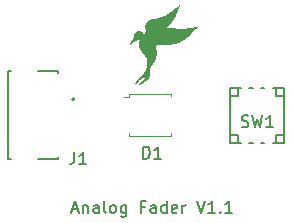
<source format=gbr>
G04 #@! TF.GenerationSoftware,KiCad,Pcbnew,(5.1.9)-1*
G04 #@! TF.CreationDate,2021-01-27T13:34:44-08:00*
G04 #@! TF.ProjectId,AnalogFaderV1,416e616c-6f67-4466-9164-657256312e6b,rev?*
G04 #@! TF.SameCoordinates,Original*
G04 #@! TF.FileFunction,Legend,Top*
G04 #@! TF.FilePolarity,Positive*
%FSLAX46Y46*%
G04 Gerber Fmt 4.6, Leading zero omitted, Abs format (unit mm)*
G04 Created by KiCad (PCBNEW (5.1.9)-1) date 2021-01-27 13:34:44*
%MOMM*%
%LPD*%
G01*
G04 APERTURE LIST*
%ADD10C,0.150000*%
%ADD11C,0.010000*%
%ADD12C,0.200000*%
%ADD13C,0.127000*%
%ADD14C,0.100000*%
G04 APERTURE END LIST*
D10*
X115716895Y-56884866D02*
X116193085Y-56884866D01*
X115621657Y-57170580D02*
X115954990Y-56170580D01*
X116288323Y-57170580D01*
X116621657Y-56503914D02*
X116621657Y-57170580D01*
X116621657Y-56599152D02*
X116669276Y-56551533D01*
X116764514Y-56503914D01*
X116907371Y-56503914D01*
X117002609Y-56551533D01*
X117050228Y-56646771D01*
X117050228Y-57170580D01*
X117954990Y-57170580D02*
X117954990Y-56646771D01*
X117907371Y-56551533D01*
X117812133Y-56503914D01*
X117621657Y-56503914D01*
X117526419Y-56551533D01*
X117954990Y-57122961D02*
X117859752Y-57170580D01*
X117621657Y-57170580D01*
X117526419Y-57122961D01*
X117478800Y-57027723D01*
X117478800Y-56932485D01*
X117526419Y-56837247D01*
X117621657Y-56789628D01*
X117859752Y-56789628D01*
X117954990Y-56742009D01*
X118574038Y-57170580D02*
X118478800Y-57122961D01*
X118431180Y-57027723D01*
X118431180Y-56170580D01*
X119097847Y-57170580D02*
X119002609Y-57122961D01*
X118954990Y-57075342D01*
X118907371Y-56980104D01*
X118907371Y-56694390D01*
X118954990Y-56599152D01*
X119002609Y-56551533D01*
X119097847Y-56503914D01*
X119240704Y-56503914D01*
X119335942Y-56551533D01*
X119383561Y-56599152D01*
X119431180Y-56694390D01*
X119431180Y-56980104D01*
X119383561Y-57075342D01*
X119335942Y-57122961D01*
X119240704Y-57170580D01*
X119097847Y-57170580D01*
X120288323Y-56503914D02*
X120288323Y-57313438D01*
X120240704Y-57408676D01*
X120193085Y-57456295D01*
X120097847Y-57503914D01*
X119954990Y-57503914D01*
X119859752Y-57456295D01*
X120288323Y-57122961D02*
X120193085Y-57170580D01*
X120002609Y-57170580D01*
X119907371Y-57122961D01*
X119859752Y-57075342D01*
X119812133Y-56980104D01*
X119812133Y-56694390D01*
X119859752Y-56599152D01*
X119907371Y-56551533D01*
X120002609Y-56503914D01*
X120193085Y-56503914D01*
X120288323Y-56551533D01*
X121859752Y-56646771D02*
X121526419Y-56646771D01*
X121526419Y-57170580D02*
X121526419Y-56170580D01*
X122002609Y-56170580D01*
X122812133Y-57170580D02*
X122812133Y-56646771D01*
X122764514Y-56551533D01*
X122669276Y-56503914D01*
X122478800Y-56503914D01*
X122383561Y-56551533D01*
X122812133Y-57122961D02*
X122716895Y-57170580D01*
X122478800Y-57170580D01*
X122383561Y-57122961D01*
X122335942Y-57027723D01*
X122335942Y-56932485D01*
X122383561Y-56837247D01*
X122478800Y-56789628D01*
X122716895Y-56789628D01*
X122812133Y-56742009D01*
X123716895Y-57170580D02*
X123716895Y-56170580D01*
X123716895Y-57122961D02*
X123621657Y-57170580D01*
X123431180Y-57170580D01*
X123335942Y-57122961D01*
X123288323Y-57075342D01*
X123240704Y-56980104D01*
X123240704Y-56694390D01*
X123288323Y-56599152D01*
X123335942Y-56551533D01*
X123431180Y-56503914D01*
X123621657Y-56503914D01*
X123716895Y-56551533D01*
X124574038Y-57122961D02*
X124478800Y-57170580D01*
X124288323Y-57170580D01*
X124193085Y-57122961D01*
X124145466Y-57027723D01*
X124145466Y-56646771D01*
X124193085Y-56551533D01*
X124288323Y-56503914D01*
X124478800Y-56503914D01*
X124574038Y-56551533D01*
X124621657Y-56646771D01*
X124621657Y-56742009D01*
X124145466Y-56837247D01*
X125050228Y-57170580D02*
X125050228Y-56503914D01*
X125050228Y-56694390D02*
X125097847Y-56599152D01*
X125145466Y-56551533D01*
X125240704Y-56503914D01*
X125335942Y-56503914D01*
X126288323Y-56170580D02*
X126621657Y-57170580D01*
X126954990Y-56170580D01*
X127812133Y-57170580D02*
X127240704Y-57170580D01*
X127526419Y-57170580D02*
X127526419Y-56170580D01*
X127431180Y-56313438D01*
X127335942Y-56408676D01*
X127240704Y-56456295D01*
X128240704Y-57075342D02*
X128288323Y-57122961D01*
X128240704Y-57170580D01*
X128193085Y-57122961D01*
X128240704Y-57075342D01*
X128240704Y-57170580D01*
X129240704Y-57170580D02*
X128669276Y-57170580D01*
X128954990Y-57170580D02*
X128954990Y-56170580D01*
X128859752Y-56313438D01*
X128764514Y-56408676D01*
X128669276Y-56456295D01*
D11*
G36*
X120630265Y-42819195D02*
G01*
X120628957Y-42823422D01*
X120627311Y-42827820D01*
X120624470Y-42835175D01*
X120621118Y-42844133D01*
X120618341Y-42851754D01*
X120615712Y-42858681D01*
X120613340Y-42864211D01*
X120611698Y-42867251D01*
X120611584Y-42867385D01*
X120611368Y-42866568D01*
X120612312Y-42862772D01*
X120614226Y-42856685D01*
X120615687Y-42852431D01*
X120619956Y-42840664D01*
X120623765Y-42830836D01*
X120626919Y-42823409D01*
X120629223Y-42818845D01*
X120630364Y-42817562D01*
X120630265Y-42819195D01*
G37*
X120630265Y-42819195D02*
X120628957Y-42823422D01*
X120627311Y-42827820D01*
X120624470Y-42835175D01*
X120621118Y-42844133D01*
X120618341Y-42851754D01*
X120615712Y-42858681D01*
X120613340Y-42864211D01*
X120611698Y-42867251D01*
X120611584Y-42867385D01*
X120611368Y-42866568D01*
X120612312Y-42862772D01*
X120614226Y-42856685D01*
X120615687Y-42852431D01*
X120619956Y-42840664D01*
X120623765Y-42830836D01*
X120626919Y-42823409D01*
X120629223Y-42818845D01*
X120630364Y-42817562D01*
X120630265Y-42819195D01*
G36*
X124779454Y-39584660D02*
G01*
X124779454Y-39584672D01*
X124778635Y-39586621D01*
X124776310Y-39591671D01*
X124772676Y-39599407D01*
X124767929Y-39609414D01*
X124762266Y-39621275D01*
X124755885Y-39634576D01*
X124750903Y-39644919D01*
X124705781Y-39739751D01*
X124660268Y-39837946D01*
X124614590Y-39939008D01*
X124568970Y-40042439D01*
X124523632Y-40147745D01*
X124519115Y-40158377D01*
X124508069Y-40184487D01*
X124498315Y-40207741D01*
X124489567Y-40228857D01*
X124481537Y-40248556D01*
X124473940Y-40267555D01*
X124466490Y-40286573D01*
X124458900Y-40306330D01*
X124450883Y-40327544D01*
X124442154Y-40350934D01*
X124438569Y-40360600D01*
X124428922Y-40385801D01*
X124418680Y-40410826D01*
X124407609Y-40436161D01*
X124395478Y-40462296D01*
X124382053Y-40489716D01*
X124367103Y-40518911D01*
X124350395Y-40550367D01*
X124332378Y-40583339D01*
X124284422Y-40666229D01*
X124232884Y-40747929D01*
X124177987Y-40828127D01*
X124119957Y-40906510D01*
X124059019Y-40982765D01*
X123995397Y-41056580D01*
X123977551Y-41076311D01*
X123967834Y-41087092D01*
X123960464Y-41095666D01*
X123955022Y-41102582D01*
X123951088Y-41108393D01*
X123948243Y-41113650D01*
X123947031Y-41116403D01*
X123938651Y-41133071D01*
X123928083Y-41147022D01*
X123914822Y-41158790D01*
X123898360Y-41168911D01*
X123896316Y-41169954D01*
X123891152Y-41172752D01*
X123885921Y-41176096D01*
X123880165Y-41180362D01*
X123873422Y-41185928D01*
X123865236Y-41193170D01*
X123855145Y-41202466D01*
X123844380Y-41212594D01*
X123833306Y-41222925D01*
X123822136Y-41233074D01*
X123811491Y-41242498D01*
X123801988Y-41250654D01*
X123794246Y-41257000D01*
X123790281Y-41260022D01*
X123782830Y-41265811D01*
X123773646Y-41273569D01*
X123763699Y-41282443D01*
X123753961Y-41291578D01*
X123750064Y-41295390D01*
X123740998Y-41304117D01*
X123731584Y-41312708D01*
X123722699Y-41320397D01*
X123715217Y-41326413D01*
X123712332Y-41328515D01*
X123705526Y-41333295D01*
X123696583Y-41339692D01*
X123686499Y-41346986D01*
X123676270Y-41354459D01*
X123672600Y-41357161D01*
X123647151Y-41375599D01*
X123622450Y-41392819D01*
X123599350Y-41408232D01*
X123589265Y-41414700D01*
X123569940Y-41427184D01*
X123553185Y-41438577D01*
X123539267Y-41448688D01*
X123528455Y-41457326D01*
X123524739Y-41460622D01*
X123513642Y-41470896D01*
X123520829Y-41472102D01*
X123529838Y-41473560D01*
X123542112Y-41475470D01*
X123557046Y-41477741D01*
X123574036Y-41480287D01*
X123592477Y-41483018D01*
X123611762Y-41485846D01*
X123631288Y-41488683D01*
X123650450Y-41491440D01*
X123668641Y-41494029D01*
X123685259Y-41496361D01*
X123699696Y-41498348D01*
X123708747Y-41499562D01*
X123745053Y-41504220D01*
X123778347Y-41508196D01*
X123809448Y-41511558D01*
X123839179Y-41514371D01*
X123868361Y-41516704D01*
X123897815Y-41518623D01*
X123928364Y-41520196D01*
X123960828Y-41521489D01*
X123987170Y-41522323D01*
X124008323Y-41522974D01*
X124026276Y-41523634D01*
X124041732Y-41524352D01*
X124055399Y-41525174D01*
X124067981Y-41526147D01*
X124080185Y-41527319D01*
X124092717Y-41528737D01*
X124103423Y-41530075D01*
X124197091Y-41541594D01*
X124287943Y-41551581D01*
X124376739Y-41560083D01*
X124464235Y-41567151D01*
X124551191Y-41572834D01*
X124638363Y-41577180D01*
X124726511Y-41580240D01*
X124816392Y-41582062D01*
X124908764Y-41582695D01*
X124914270Y-41582696D01*
X124982764Y-41582407D01*
X125048221Y-41581533D01*
X125111476Y-41580042D01*
X125173359Y-41577902D01*
X125234704Y-41575080D01*
X125296343Y-41571542D01*
X125359109Y-41567257D01*
X125412500Y-41563122D01*
X125453393Y-41559629D01*
X125495335Y-41555725D01*
X125537983Y-41551457D01*
X125580991Y-41546870D01*
X125624015Y-41542011D01*
X125666708Y-41536924D01*
X125708727Y-41531657D01*
X125749725Y-41526254D01*
X125789359Y-41520763D01*
X125827282Y-41515227D01*
X125863150Y-41509694D01*
X125896618Y-41504210D01*
X125927341Y-41498819D01*
X125954974Y-41493569D01*
X125979171Y-41488505D01*
X125986685Y-41486803D01*
X126020242Y-41479278D01*
X126054586Y-41472045D01*
X126088615Y-41465321D01*
X126121226Y-41459322D01*
X126151318Y-41454265D01*
X126153985Y-41453845D01*
X126167990Y-41451607D01*
X126182634Y-41449187D01*
X126196745Y-41446785D01*
X126209155Y-41444599D01*
X126217485Y-41443061D01*
X126230004Y-41440912D01*
X126239906Y-41439720D01*
X126246717Y-41439538D01*
X126248450Y-41439755D01*
X126254992Y-41441116D01*
X126245519Y-41447819D01*
X126234614Y-41455678D01*
X126221282Y-41465519D01*
X126206137Y-41476872D01*
X126189797Y-41489267D01*
X126172876Y-41502235D01*
X126155991Y-41515305D01*
X126139757Y-41528008D01*
X126124790Y-41539875D01*
X126123700Y-41540747D01*
X126045985Y-41605191D01*
X125970603Y-41672285D01*
X125897329Y-41742251D01*
X125825933Y-41815312D01*
X125756189Y-41891691D01*
X125707511Y-41948100D01*
X125687791Y-41970979D01*
X125665643Y-41995779D01*
X125641635Y-42021909D01*
X125616333Y-42048778D01*
X125590303Y-42075798D01*
X125564113Y-42102376D01*
X125538329Y-42127923D01*
X125513518Y-42151848D01*
X125497493Y-42166889D01*
X125422660Y-42234072D01*
X125347163Y-42297533D01*
X125271029Y-42357254D01*
X125194283Y-42413220D01*
X125116955Y-42465412D01*
X125039070Y-42513813D01*
X124960656Y-42558407D01*
X124881740Y-42599176D01*
X124802349Y-42636103D01*
X124722510Y-42669171D01*
X124672900Y-42687691D01*
X124633509Y-42701297D01*
X124592094Y-42714701D01*
X124549806Y-42727560D01*
X124507802Y-42739532D01*
X124467233Y-42750275D01*
X124438508Y-42757303D01*
X124426847Y-42760210D01*
X124412515Y-42764046D01*
X124396552Y-42768517D01*
X124379998Y-42773328D01*
X124363893Y-42778187D01*
X124356447Y-42780506D01*
X124267289Y-42807220D01*
X124179171Y-42830768D01*
X124091500Y-42851258D01*
X124003683Y-42868799D01*
X123915129Y-42883501D01*
X123825245Y-42895470D01*
X123733438Y-42904818D01*
X123644270Y-42911346D01*
X123626532Y-42912241D01*
X123605582Y-42913013D01*
X123582114Y-42913656D01*
X123556822Y-42914164D01*
X123530399Y-42914531D01*
X123503540Y-42914751D01*
X123476939Y-42914819D01*
X123451288Y-42914728D01*
X123427283Y-42914474D01*
X123405617Y-42914049D01*
X123388316Y-42913501D01*
X123300176Y-42908875D01*
X123214524Y-42902011D01*
X123130594Y-42892834D01*
X123047621Y-42881271D01*
X123034754Y-42879253D01*
X122994616Y-42872866D01*
X122971771Y-42877319D01*
X122927831Y-42887428D01*
X122883985Y-42900510D01*
X122840836Y-42916303D01*
X122798990Y-42934548D01*
X122759052Y-42954985D01*
X122721629Y-42977351D01*
X122692536Y-42997472D01*
X122678968Y-43007530D01*
X122683066Y-43013658D01*
X122691260Y-43028804D01*
X122697123Y-43045725D01*
X122700204Y-43062950D01*
X122700562Y-43070581D01*
X122700941Y-43077071D01*
X122702218Y-43084279D01*
X122704605Y-43093083D01*
X122708311Y-43104356D01*
X122709510Y-43107782D01*
X122728887Y-43167434D01*
X122745821Y-43229573D01*
X122760202Y-43293551D01*
X122771922Y-43358719D01*
X122780869Y-43424430D01*
X122786935Y-43490036D01*
X122790010Y-43554889D01*
X122790391Y-43585423D01*
X122788631Y-43656161D01*
X122783305Y-43727731D01*
X122774508Y-43799598D01*
X122762334Y-43871223D01*
X122746878Y-43942068D01*
X122728232Y-44011597D01*
X122706492Y-44079271D01*
X122701461Y-44093423D01*
X122696876Y-44106065D01*
X122692760Y-44117240D01*
X122688928Y-44127296D01*
X122685194Y-44136580D01*
X122681373Y-44145441D01*
X122677281Y-44154224D01*
X122672733Y-44163277D01*
X122667543Y-44172948D01*
X122661527Y-44183584D01*
X122654499Y-44195532D01*
X122646275Y-44209139D01*
X122636670Y-44224752D01*
X122625498Y-44242720D01*
X122612575Y-44263389D01*
X122601546Y-44280993D01*
X122575357Y-44322815D01*
X122551160Y-44361525D01*
X122528846Y-44397305D01*
X122508307Y-44430337D01*
X122489435Y-44460804D01*
X122472120Y-44488889D01*
X122456255Y-44514773D01*
X122441731Y-44538641D01*
X122428439Y-44560673D01*
X122416270Y-44581053D01*
X122405117Y-44599963D01*
X122394871Y-44617585D01*
X122385422Y-44634103D01*
X122376664Y-44649699D01*
X122368486Y-44664554D01*
X122360782Y-44678853D01*
X122353441Y-44692777D01*
X122346356Y-44706509D01*
X122339418Y-44720231D01*
X122334369Y-44730377D01*
X122324067Y-44751422D01*
X122315225Y-44770025D01*
X122307414Y-44787168D01*
X122300206Y-44803829D01*
X122293171Y-44820990D01*
X122285882Y-44839630D01*
X122281098Y-44852225D01*
X122261945Y-44907873D01*
X122245411Y-44965931D01*
X122231582Y-45025832D01*
X122220546Y-45087007D01*
X122212391Y-45148888D01*
X122207206Y-45210908D01*
X122205079Y-45272498D01*
X122206097Y-45333091D01*
X122206209Y-45335580D01*
X122206909Y-45350850D01*
X122207625Y-45366571D01*
X122208312Y-45381758D01*
X122208927Y-45395425D01*
X122209423Y-45406589D01*
X122209586Y-45410309D01*
X122209336Y-45448624D01*
X122205231Y-45486788D01*
X122197263Y-45524816D01*
X122185426Y-45562722D01*
X122169714Y-45600521D01*
X122150121Y-45638229D01*
X122126640Y-45675860D01*
X122099265Y-45713429D01*
X122067990Y-45750950D01*
X122062486Y-45757103D01*
X122020084Y-45802892D01*
X121978506Y-45845379D01*
X121937296Y-45884954D01*
X121896002Y-45922007D01*
X121854168Y-45956928D01*
X121811340Y-45990108D01*
X121767063Y-46021937D01*
X121720883Y-46052805D01*
X121709962Y-46059799D01*
X121695107Y-46069303D01*
X121681454Y-46078198D01*
X121668421Y-46086888D01*
X121655427Y-46095777D01*
X121641893Y-46105271D01*
X121627236Y-46115773D01*
X121610877Y-46127688D01*
X121592235Y-46141420D01*
X121584002Y-46147517D01*
X121563558Y-46162683D01*
X121545939Y-46175773D01*
X121530825Y-46187029D01*
X121517897Y-46196694D01*
X121506833Y-46205011D01*
X121497314Y-46212222D01*
X121489021Y-46218570D01*
X121481631Y-46224297D01*
X121474827Y-46229645D01*
X121468286Y-46234859D01*
X121461690Y-46240179D01*
X121461225Y-46240556D01*
X121447289Y-46251845D01*
X121436004Y-46260950D01*
X121426995Y-46268163D01*
X121419884Y-46273771D01*
X121414296Y-46278064D01*
X121409855Y-46281331D01*
X121406186Y-46283862D01*
X121402913Y-46285946D01*
X121400039Y-46287653D01*
X121393279Y-46291418D01*
X121389410Y-46293131D01*
X121388067Y-46292900D01*
X121388779Y-46291012D01*
X121390976Y-46287936D01*
X121395322Y-46282398D01*
X121401408Y-46274891D01*
X121408825Y-46265905D01*
X121417163Y-46255934D01*
X121426015Y-46245469D01*
X121434969Y-46235003D01*
X121443618Y-46225026D01*
X121444435Y-46224093D01*
X121454156Y-46213278D01*
X121466100Y-46200460D01*
X121479688Y-46186221D01*
X121494343Y-46171143D01*
X121509488Y-46155809D01*
X121524546Y-46140803D01*
X121538939Y-46126705D01*
X121552090Y-46114100D01*
X121563422Y-46103570D01*
X121567331Y-46100055D01*
X121580388Y-46088035D01*
X121595514Y-46073370D01*
X121612338Y-46056465D01*
X121630490Y-46037727D01*
X121649598Y-46017562D01*
X121669291Y-45996377D01*
X121689199Y-45974578D01*
X121708950Y-45952572D01*
X121728173Y-45930764D01*
X121746498Y-45909562D01*
X121763554Y-45889371D01*
X121778969Y-45870599D01*
X121792373Y-45853651D01*
X121792981Y-45852862D01*
X121826815Y-45806166D01*
X121858968Y-45756257D01*
X121889248Y-45703536D01*
X121917460Y-45648404D01*
X121943411Y-45591261D01*
X121966907Y-45532509D01*
X121987755Y-45472548D01*
X122005630Y-45412270D01*
X122009129Y-45399139D01*
X122012651Y-45385529D01*
X122016055Y-45372021D01*
X122019200Y-45359200D01*
X122021946Y-45347650D01*
X122024153Y-45337954D01*
X122025680Y-45330697D01*
X122026386Y-45326461D01*
X122026417Y-45325875D01*
X122025810Y-45326594D01*
X122024206Y-45330398D01*
X122021848Y-45336670D01*
X122018981Y-45344790D01*
X122018956Y-45344862D01*
X122003154Y-45385640D01*
X121984619Y-45423891D01*
X121963202Y-45459813D01*
X121938754Y-45493603D01*
X121911125Y-45525457D01*
X121880166Y-45555574D01*
X121845726Y-45584151D01*
X121827193Y-45597897D01*
X121810030Y-45609759D01*
X121792272Y-45621155D01*
X121773272Y-45632459D01*
X121752383Y-45644047D01*
X121728956Y-45656294D01*
X121708985Y-45666307D01*
X121645197Y-45699732D01*
X121581350Y-45737014D01*
X121517516Y-45778106D01*
X121453767Y-45822957D01*
X121390175Y-45871521D01*
X121326810Y-45923749D01*
X121324236Y-45925952D01*
X121310079Y-45938053D01*
X121294517Y-45951294D01*
X121278441Y-45964922D01*
X121262740Y-45978184D01*
X121248307Y-45990325D01*
X121237131Y-45999674D01*
X121223930Y-46010718D01*
X121212237Y-46020610D01*
X121201474Y-46029864D01*
X121191063Y-46038992D01*
X121180427Y-46048511D01*
X121168990Y-46058933D01*
X121156173Y-46070772D01*
X121141400Y-46084544D01*
X121133105Y-46092309D01*
X121121889Y-46102699D01*
X121110784Y-46112761D01*
X121100172Y-46122172D01*
X121090433Y-46130608D01*
X121081948Y-46137744D01*
X121075096Y-46143257D01*
X121070260Y-46146822D01*
X121067819Y-46148114D01*
X121067644Y-46148065D01*
X121068379Y-46146143D01*
X121071373Y-46141555D01*
X121076369Y-46134624D01*
X121083108Y-46125672D01*
X121091333Y-46115021D01*
X121100785Y-46102994D01*
X121111206Y-46089913D01*
X121122339Y-46076102D01*
X121133926Y-46061882D01*
X121145707Y-46047577D01*
X121157426Y-46033508D01*
X121168824Y-46019998D01*
X121179644Y-46007370D01*
X121186548Y-45999441D01*
X121202423Y-45981626D01*
X121221112Y-45961157D01*
X121242620Y-45938031D01*
X121266948Y-45912244D01*
X121294101Y-45883794D01*
X121324080Y-45852677D01*
X121356890Y-45818890D01*
X121392532Y-45782431D01*
X121431011Y-45743295D01*
X121469466Y-45704370D01*
X121480851Y-45692863D01*
X121491329Y-45682243D01*
X121501067Y-45672317D01*
X121510233Y-45662894D01*
X121518993Y-45653779D01*
X121527515Y-45644782D01*
X121535966Y-45635709D01*
X121544514Y-45626369D01*
X121553326Y-45616568D01*
X121562568Y-45606115D01*
X121572409Y-45594817D01*
X121583015Y-45582482D01*
X121594553Y-45568917D01*
X121607192Y-45553930D01*
X121621098Y-45537329D01*
X121636438Y-45518920D01*
X121653380Y-45498513D01*
X121672091Y-45475913D01*
X121692738Y-45450930D01*
X121715488Y-45423370D01*
X121740509Y-45393042D01*
X121748018Y-45383939D01*
X121764376Y-45363022D01*
X121781924Y-45338503D01*
X121794720Y-45319299D01*
X122026639Y-45319299D01*
X122026998Y-45321833D01*
X122027665Y-45321863D01*
X122028132Y-45319248D01*
X122027820Y-45318119D01*
X122026952Y-45317379D01*
X122026639Y-45319299D01*
X121794720Y-45319299D01*
X121799819Y-45311647D01*
X122028439Y-45311647D01*
X122029416Y-45312623D01*
X122030393Y-45311647D01*
X122029416Y-45310670D01*
X122028439Y-45311647D01*
X121799819Y-45311647D01*
X121800597Y-45310480D01*
X121820328Y-45279050D01*
X121829561Y-45263777D01*
X121869722Y-45193517D01*
X121906272Y-45123137D01*
X121939182Y-45052719D01*
X121968423Y-44982347D01*
X121993966Y-44912104D01*
X122015783Y-44842073D01*
X122033845Y-44772337D01*
X122048124Y-44702979D01*
X122058589Y-44634083D01*
X122063580Y-44586770D01*
X122064202Y-44578071D01*
X122064850Y-44566346D01*
X122065488Y-44552478D01*
X122066076Y-44537348D01*
X122066576Y-44521838D01*
X122066823Y-44512523D01*
X122066611Y-44441258D01*
X122062600Y-44369565D01*
X122054835Y-44297712D01*
X122043362Y-44225966D01*
X122028228Y-44154593D01*
X122009478Y-44083860D01*
X121987157Y-44014034D01*
X121975249Y-43981077D01*
X121967307Y-43961373D01*
X121957303Y-43938978D01*
X121945481Y-43914356D01*
X121932084Y-43887969D01*
X121917359Y-43860281D01*
X121901549Y-43831756D01*
X121884898Y-43802855D01*
X121867652Y-43774043D01*
X121856179Y-43755488D01*
X121845469Y-43738582D01*
X121835474Y-43723265D01*
X121825796Y-43709009D01*
X121816037Y-43695286D01*
X121805799Y-43681570D01*
X121794685Y-43667333D01*
X121782296Y-43652047D01*
X121768235Y-43635185D01*
X121752103Y-43616220D01*
X121743928Y-43606702D01*
X121734350Y-43595579D01*
X121722840Y-43582214D01*
X121710015Y-43567324D01*
X121696494Y-43551626D01*
X121682894Y-43535838D01*
X121669835Y-43520679D01*
X121663990Y-43513894D01*
X121640965Y-43487040D01*
X121620301Y-43462653D01*
X121601684Y-43440350D01*
X121584803Y-43419749D01*
X121569342Y-43400467D01*
X121554991Y-43382120D01*
X121541435Y-43364327D01*
X121538064Y-43359827D01*
X121509233Y-43320156D01*
X121483450Y-43282375D01*
X121460563Y-43246134D01*
X121440419Y-43211083D01*
X121422865Y-43176872D01*
X121407747Y-43143151D01*
X121394914Y-43109571D01*
X121384210Y-43075781D01*
X121375485Y-43041431D01*
X121368584Y-43006173D01*
X121363354Y-42969654D01*
X121361968Y-42957262D01*
X121361011Y-42945102D01*
X121360304Y-42929938D01*
X121359848Y-42912666D01*
X121359642Y-42894184D01*
X121359688Y-42875387D01*
X121359983Y-42857170D01*
X121360530Y-42840431D01*
X121361327Y-42826065D01*
X121361968Y-42818539D01*
X121370232Y-42756808D01*
X121382374Y-42695485D01*
X121398380Y-42634637D01*
X121409243Y-42600145D01*
X121413361Y-42588286D01*
X121418557Y-42574050D01*
X121424487Y-42558313D01*
X121430810Y-42541951D01*
X121437184Y-42525841D01*
X121443265Y-42510859D01*
X121448712Y-42497880D01*
X121452876Y-42488446D01*
X121455989Y-42481192D01*
X121458187Y-42475155D01*
X121459137Y-42471292D01*
X121459094Y-42470575D01*
X121457004Y-42468953D01*
X121452033Y-42466360D01*
X121444964Y-42463176D01*
X121438024Y-42460342D01*
X121401594Y-42447899D01*
X121364003Y-42438494D01*
X121325995Y-42432254D01*
X121288315Y-42429308D01*
X121258147Y-42429441D01*
X121239933Y-42430605D01*
X121221486Y-42432442D01*
X121203462Y-42434840D01*
X121186515Y-42437683D01*
X121171300Y-42440858D01*
X121158471Y-42444252D01*
X121148683Y-42447751D01*
X121146277Y-42448886D01*
X121139687Y-42451806D01*
X121131698Y-42454725D01*
X121127695Y-42455966D01*
X121122602Y-42457661D01*
X121118214Y-42459900D01*
X121113713Y-42463296D01*
X121108279Y-42468463D01*
X121101444Y-42475639D01*
X121080209Y-42497136D01*
X121057620Y-42517661D01*
X121034438Y-42536595D01*
X121011423Y-42553320D01*
X120989336Y-42567217D01*
X120987650Y-42568178D01*
X120978545Y-42573185D01*
X120969118Y-42578057D01*
X120958911Y-42582994D01*
X120947467Y-42588197D01*
X120934328Y-42593866D01*
X120919035Y-42600203D01*
X120901132Y-42607409D01*
X120880160Y-42615684D01*
X120872739Y-42618586D01*
X120848154Y-42628332D01*
X120826853Y-42637121D01*
X120808392Y-42645163D01*
X120792324Y-42652666D01*
X120778205Y-42659840D01*
X120765589Y-42666893D01*
X120754031Y-42674034D01*
X120752577Y-42674983D01*
X120728008Y-42692497D01*
X120706197Y-42711099D01*
X120686560Y-42731421D01*
X120668514Y-42754094D01*
X120651476Y-42779751D01*
X120643828Y-42792706D01*
X120639205Y-42800720D01*
X120635366Y-42807207D01*
X120632668Y-42811576D01*
X120631468Y-42813236D01*
X120631439Y-42813204D01*
X120632185Y-42810843D01*
X120634268Y-42805452D01*
X120637456Y-42797580D01*
X120641518Y-42787776D01*
X120646222Y-42776589D01*
X120651335Y-42764567D01*
X120656625Y-42752259D01*
X120661861Y-42740214D01*
X120666811Y-42728981D01*
X120670651Y-42720414D01*
X120704087Y-42650591D01*
X120740853Y-42581319D01*
X120780603Y-42513148D01*
X120822992Y-42446630D01*
X120867672Y-42382316D01*
X120914300Y-42320757D01*
X120944627Y-42283510D01*
X120964001Y-42260388D01*
X120965920Y-42246027D01*
X120966845Y-42235562D01*
X120966389Y-42226175D01*
X120964895Y-42217371D01*
X120959656Y-42182849D01*
X120957884Y-42147576D01*
X120959528Y-42112181D01*
X120964540Y-42077293D01*
X120972869Y-42043540D01*
X120980474Y-42021370D01*
X120995399Y-41988021D01*
X121013570Y-41956755D01*
X121034815Y-41927757D01*
X121058961Y-41901216D01*
X121085837Y-41877318D01*
X121115271Y-41856251D01*
X121147090Y-41838201D01*
X121150185Y-41836672D01*
X121177727Y-41824468D01*
X121204879Y-41815072D01*
X121232649Y-41808227D01*
X121262047Y-41803676D01*
X121287849Y-41801487D01*
X121300509Y-41800745D01*
X121313835Y-41799954D01*
X121326411Y-41799199D01*
X121336822Y-41798564D01*
X121338731Y-41798446D01*
X121368157Y-41798219D01*
X121399205Y-41800957D01*
X121431151Y-41806502D01*
X121463270Y-41814694D01*
X121494838Y-41825373D01*
X121525132Y-41838380D01*
X121529323Y-41840424D01*
X121554736Y-41854151D01*
X121576447Y-41868344D01*
X121594649Y-41883137D01*
X121604136Y-41892539D01*
X121612749Y-41902489D01*
X121620513Y-41913077D01*
X121627886Y-41925056D01*
X121635324Y-41939177D01*
X121643286Y-41956194D01*
X121644586Y-41959115D01*
X121653866Y-41979470D01*
X121662362Y-41996578D01*
X121670438Y-42010927D01*
X121678461Y-42023005D01*
X121686795Y-42033301D01*
X121695807Y-42042302D01*
X121705861Y-42050495D01*
X121717323Y-42058369D01*
X121720405Y-42060316D01*
X121734385Y-42069024D01*
X121749039Y-42067369D01*
X121758821Y-42065798D01*
X121769436Y-42063387D01*
X121777126Y-42061127D01*
X121783278Y-42058862D01*
X121788099Y-42056474D01*
X121792498Y-42053278D01*
X121797383Y-42048590D01*
X121803664Y-42041724D01*
X121805255Y-42039931D01*
X121833984Y-42004865D01*
X121859529Y-41968291D01*
X121881805Y-41930436D01*
X121900725Y-41891528D01*
X121916203Y-41851793D01*
X121928155Y-41811458D01*
X121936493Y-41770750D01*
X121941132Y-41729896D01*
X121941987Y-41689122D01*
X121941623Y-41679447D01*
X121940899Y-41666023D01*
X121940056Y-41653389D01*
X121939024Y-41640903D01*
X121937733Y-41627925D01*
X121936114Y-41613812D01*
X121934095Y-41597924D01*
X121931608Y-41579619D01*
X121928581Y-41558256D01*
X121927744Y-41552447D01*
X121924159Y-41527219D01*
X121921186Y-41505298D01*
X121918774Y-41486139D01*
X121916871Y-41469197D01*
X121915427Y-41453928D01*
X121914389Y-41439786D01*
X121913706Y-41426228D01*
X121913327Y-41412710D01*
X121913201Y-41398685D01*
X121913200Y-41398504D01*
X121913381Y-41377947D01*
X121914046Y-41360079D01*
X121915311Y-41343699D01*
X121917289Y-41327604D01*
X121920094Y-41310595D01*
X121923013Y-41295516D01*
X121933966Y-41250549D01*
X121948345Y-41206201D01*
X121965951Y-41162740D01*
X121986582Y-41120434D01*
X122010036Y-41079551D01*
X122036113Y-41040360D01*
X122064611Y-41003129D01*
X122095330Y-40968126D01*
X122128068Y-40935618D01*
X122162624Y-40905875D01*
X122198797Y-40879165D01*
X122236386Y-40855755D01*
X122263561Y-40841412D01*
X122284909Y-40831364D01*
X122304397Y-40823111D01*
X122323335Y-40816161D01*
X122343030Y-40810021D01*
X122357351Y-40806103D01*
X122370542Y-40802782D01*
X122383481Y-40799812D01*
X122396574Y-40797139D01*
X122410227Y-40794712D01*
X122424848Y-40792478D01*
X122440840Y-40790385D01*
X122458612Y-40788381D01*
X122478569Y-40786414D01*
X122501116Y-40784431D01*
X122526661Y-40782380D01*
X122555610Y-40780209D01*
X122562816Y-40779686D01*
X122591329Y-40777592D01*
X122616409Y-40775655D01*
X122638524Y-40773805D01*
X122658143Y-40771970D01*
X122675732Y-40770081D01*
X122691761Y-40768067D01*
X122706697Y-40765857D01*
X122721008Y-40763382D01*
X122735163Y-40760569D01*
X122749629Y-40757350D01*
X122764874Y-40753653D01*
X122781367Y-40749408D01*
X122799576Y-40744544D01*
X122803937Y-40743363D01*
X122827828Y-40736676D01*
X122854909Y-40728736D01*
X122884720Y-40719691D01*
X122916804Y-40709693D01*
X122950704Y-40698891D01*
X122985962Y-40687435D01*
X123022118Y-40675476D01*
X123058717Y-40663164D01*
X123095300Y-40650648D01*
X123131408Y-40638079D01*
X123166585Y-40625606D01*
X123199770Y-40613601D01*
X123284479Y-40581059D01*
X123370462Y-40544948D01*
X123457595Y-40505348D01*
X123545752Y-40462341D01*
X123634808Y-40416007D01*
X123724638Y-40366425D01*
X123815119Y-40313676D01*
X123906124Y-40257840D01*
X123997528Y-40198999D01*
X124089208Y-40137231D01*
X124181039Y-40072617D01*
X124272894Y-40005239D01*
X124364650Y-39935175D01*
X124456182Y-39862506D01*
X124547364Y-39787313D01*
X124638072Y-39709675D01*
X124724625Y-39632887D01*
X124738688Y-39620194D01*
X124750123Y-39609885D01*
X124759201Y-39601721D01*
X124766192Y-39595464D01*
X124771366Y-39590877D01*
X124774994Y-39587721D01*
X124777346Y-39585760D01*
X124778693Y-39584754D01*
X124779306Y-39584467D01*
X124779454Y-39584660D01*
G37*
X124779454Y-39584660D02*
X124779454Y-39584672D01*
X124778635Y-39586621D01*
X124776310Y-39591671D01*
X124772676Y-39599407D01*
X124767929Y-39609414D01*
X124762266Y-39621275D01*
X124755885Y-39634576D01*
X124750903Y-39644919D01*
X124705781Y-39739751D01*
X124660268Y-39837946D01*
X124614590Y-39939008D01*
X124568970Y-40042439D01*
X124523632Y-40147745D01*
X124519115Y-40158377D01*
X124508069Y-40184487D01*
X124498315Y-40207741D01*
X124489567Y-40228857D01*
X124481537Y-40248556D01*
X124473940Y-40267555D01*
X124466490Y-40286573D01*
X124458900Y-40306330D01*
X124450883Y-40327544D01*
X124442154Y-40350934D01*
X124438569Y-40360600D01*
X124428922Y-40385801D01*
X124418680Y-40410826D01*
X124407609Y-40436161D01*
X124395478Y-40462296D01*
X124382053Y-40489716D01*
X124367103Y-40518911D01*
X124350395Y-40550367D01*
X124332378Y-40583339D01*
X124284422Y-40666229D01*
X124232884Y-40747929D01*
X124177987Y-40828127D01*
X124119957Y-40906510D01*
X124059019Y-40982765D01*
X123995397Y-41056580D01*
X123977551Y-41076311D01*
X123967834Y-41087092D01*
X123960464Y-41095666D01*
X123955022Y-41102582D01*
X123951088Y-41108393D01*
X123948243Y-41113650D01*
X123947031Y-41116403D01*
X123938651Y-41133071D01*
X123928083Y-41147022D01*
X123914822Y-41158790D01*
X123898360Y-41168911D01*
X123896316Y-41169954D01*
X123891152Y-41172752D01*
X123885921Y-41176096D01*
X123880165Y-41180362D01*
X123873422Y-41185928D01*
X123865236Y-41193170D01*
X123855145Y-41202466D01*
X123844380Y-41212594D01*
X123833306Y-41222925D01*
X123822136Y-41233074D01*
X123811491Y-41242498D01*
X123801988Y-41250654D01*
X123794246Y-41257000D01*
X123790281Y-41260022D01*
X123782830Y-41265811D01*
X123773646Y-41273569D01*
X123763699Y-41282443D01*
X123753961Y-41291578D01*
X123750064Y-41295390D01*
X123740998Y-41304117D01*
X123731584Y-41312708D01*
X123722699Y-41320397D01*
X123715217Y-41326413D01*
X123712332Y-41328515D01*
X123705526Y-41333295D01*
X123696583Y-41339692D01*
X123686499Y-41346986D01*
X123676270Y-41354459D01*
X123672600Y-41357161D01*
X123647151Y-41375599D01*
X123622450Y-41392819D01*
X123599350Y-41408232D01*
X123589265Y-41414700D01*
X123569940Y-41427184D01*
X123553185Y-41438577D01*
X123539267Y-41448688D01*
X123528455Y-41457326D01*
X123524739Y-41460622D01*
X123513642Y-41470896D01*
X123520829Y-41472102D01*
X123529838Y-41473560D01*
X123542112Y-41475470D01*
X123557046Y-41477741D01*
X123574036Y-41480287D01*
X123592477Y-41483018D01*
X123611762Y-41485846D01*
X123631288Y-41488683D01*
X123650450Y-41491440D01*
X123668641Y-41494029D01*
X123685259Y-41496361D01*
X123699696Y-41498348D01*
X123708747Y-41499562D01*
X123745053Y-41504220D01*
X123778347Y-41508196D01*
X123809448Y-41511558D01*
X123839179Y-41514371D01*
X123868361Y-41516704D01*
X123897815Y-41518623D01*
X123928364Y-41520196D01*
X123960828Y-41521489D01*
X123987170Y-41522323D01*
X124008323Y-41522974D01*
X124026276Y-41523634D01*
X124041732Y-41524352D01*
X124055399Y-41525174D01*
X124067981Y-41526147D01*
X124080185Y-41527319D01*
X124092717Y-41528737D01*
X124103423Y-41530075D01*
X124197091Y-41541594D01*
X124287943Y-41551581D01*
X124376739Y-41560083D01*
X124464235Y-41567151D01*
X124551191Y-41572834D01*
X124638363Y-41577180D01*
X124726511Y-41580240D01*
X124816392Y-41582062D01*
X124908764Y-41582695D01*
X124914270Y-41582696D01*
X124982764Y-41582407D01*
X125048221Y-41581533D01*
X125111476Y-41580042D01*
X125173359Y-41577902D01*
X125234704Y-41575080D01*
X125296343Y-41571542D01*
X125359109Y-41567257D01*
X125412500Y-41563122D01*
X125453393Y-41559629D01*
X125495335Y-41555725D01*
X125537983Y-41551457D01*
X125580991Y-41546870D01*
X125624015Y-41542011D01*
X125666708Y-41536924D01*
X125708727Y-41531657D01*
X125749725Y-41526254D01*
X125789359Y-41520763D01*
X125827282Y-41515227D01*
X125863150Y-41509694D01*
X125896618Y-41504210D01*
X125927341Y-41498819D01*
X125954974Y-41493569D01*
X125979171Y-41488505D01*
X125986685Y-41486803D01*
X126020242Y-41479278D01*
X126054586Y-41472045D01*
X126088615Y-41465321D01*
X126121226Y-41459322D01*
X126151318Y-41454265D01*
X126153985Y-41453845D01*
X126167990Y-41451607D01*
X126182634Y-41449187D01*
X126196745Y-41446785D01*
X126209155Y-41444599D01*
X126217485Y-41443061D01*
X126230004Y-41440912D01*
X126239906Y-41439720D01*
X126246717Y-41439538D01*
X126248450Y-41439755D01*
X126254992Y-41441116D01*
X126245519Y-41447819D01*
X126234614Y-41455678D01*
X126221282Y-41465519D01*
X126206137Y-41476872D01*
X126189797Y-41489267D01*
X126172876Y-41502235D01*
X126155991Y-41515305D01*
X126139757Y-41528008D01*
X126124790Y-41539875D01*
X126123700Y-41540747D01*
X126045985Y-41605191D01*
X125970603Y-41672285D01*
X125897329Y-41742251D01*
X125825933Y-41815312D01*
X125756189Y-41891691D01*
X125707511Y-41948100D01*
X125687791Y-41970979D01*
X125665643Y-41995779D01*
X125641635Y-42021909D01*
X125616333Y-42048778D01*
X125590303Y-42075798D01*
X125564113Y-42102376D01*
X125538329Y-42127923D01*
X125513518Y-42151848D01*
X125497493Y-42166889D01*
X125422660Y-42234072D01*
X125347163Y-42297533D01*
X125271029Y-42357254D01*
X125194283Y-42413220D01*
X125116955Y-42465412D01*
X125039070Y-42513813D01*
X124960656Y-42558407D01*
X124881740Y-42599176D01*
X124802349Y-42636103D01*
X124722510Y-42669171D01*
X124672900Y-42687691D01*
X124633509Y-42701297D01*
X124592094Y-42714701D01*
X124549806Y-42727560D01*
X124507802Y-42739532D01*
X124467233Y-42750275D01*
X124438508Y-42757303D01*
X124426847Y-42760210D01*
X124412515Y-42764046D01*
X124396552Y-42768517D01*
X124379998Y-42773328D01*
X124363893Y-42778187D01*
X124356447Y-42780506D01*
X124267289Y-42807220D01*
X124179171Y-42830768D01*
X124091500Y-42851258D01*
X124003683Y-42868799D01*
X123915129Y-42883501D01*
X123825245Y-42895470D01*
X123733438Y-42904818D01*
X123644270Y-42911346D01*
X123626532Y-42912241D01*
X123605582Y-42913013D01*
X123582114Y-42913656D01*
X123556822Y-42914164D01*
X123530399Y-42914531D01*
X123503540Y-42914751D01*
X123476939Y-42914819D01*
X123451288Y-42914728D01*
X123427283Y-42914474D01*
X123405617Y-42914049D01*
X123388316Y-42913501D01*
X123300176Y-42908875D01*
X123214524Y-42902011D01*
X123130594Y-42892834D01*
X123047621Y-42881271D01*
X123034754Y-42879253D01*
X122994616Y-42872866D01*
X122971771Y-42877319D01*
X122927831Y-42887428D01*
X122883985Y-42900510D01*
X122840836Y-42916303D01*
X122798990Y-42934548D01*
X122759052Y-42954985D01*
X122721629Y-42977351D01*
X122692536Y-42997472D01*
X122678968Y-43007530D01*
X122683066Y-43013658D01*
X122691260Y-43028804D01*
X122697123Y-43045725D01*
X122700204Y-43062950D01*
X122700562Y-43070581D01*
X122700941Y-43077071D01*
X122702218Y-43084279D01*
X122704605Y-43093083D01*
X122708311Y-43104356D01*
X122709510Y-43107782D01*
X122728887Y-43167434D01*
X122745821Y-43229573D01*
X122760202Y-43293551D01*
X122771922Y-43358719D01*
X122780869Y-43424430D01*
X122786935Y-43490036D01*
X122790010Y-43554889D01*
X122790391Y-43585423D01*
X122788631Y-43656161D01*
X122783305Y-43727731D01*
X122774508Y-43799598D01*
X122762334Y-43871223D01*
X122746878Y-43942068D01*
X122728232Y-44011597D01*
X122706492Y-44079271D01*
X122701461Y-44093423D01*
X122696876Y-44106065D01*
X122692760Y-44117240D01*
X122688928Y-44127296D01*
X122685194Y-44136580D01*
X122681373Y-44145441D01*
X122677281Y-44154224D01*
X122672733Y-44163277D01*
X122667543Y-44172948D01*
X122661527Y-44183584D01*
X122654499Y-44195532D01*
X122646275Y-44209139D01*
X122636670Y-44224752D01*
X122625498Y-44242720D01*
X122612575Y-44263389D01*
X122601546Y-44280993D01*
X122575357Y-44322815D01*
X122551160Y-44361525D01*
X122528846Y-44397305D01*
X122508307Y-44430337D01*
X122489435Y-44460804D01*
X122472120Y-44488889D01*
X122456255Y-44514773D01*
X122441731Y-44538641D01*
X122428439Y-44560673D01*
X122416270Y-44581053D01*
X122405117Y-44599963D01*
X122394871Y-44617585D01*
X122385422Y-44634103D01*
X122376664Y-44649699D01*
X122368486Y-44664554D01*
X122360782Y-44678853D01*
X122353441Y-44692777D01*
X122346356Y-44706509D01*
X122339418Y-44720231D01*
X122334369Y-44730377D01*
X122324067Y-44751422D01*
X122315225Y-44770025D01*
X122307414Y-44787168D01*
X122300206Y-44803829D01*
X122293171Y-44820990D01*
X122285882Y-44839630D01*
X122281098Y-44852225D01*
X122261945Y-44907873D01*
X122245411Y-44965931D01*
X122231582Y-45025832D01*
X122220546Y-45087007D01*
X122212391Y-45148888D01*
X122207206Y-45210908D01*
X122205079Y-45272498D01*
X122206097Y-45333091D01*
X122206209Y-45335580D01*
X122206909Y-45350850D01*
X122207625Y-45366571D01*
X122208312Y-45381758D01*
X122208927Y-45395425D01*
X122209423Y-45406589D01*
X122209586Y-45410309D01*
X122209336Y-45448624D01*
X122205231Y-45486788D01*
X122197263Y-45524816D01*
X122185426Y-45562722D01*
X122169714Y-45600521D01*
X122150121Y-45638229D01*
X122126640Y-45675860D01*
X122099265Y-45713429D01*
X122067990Y-45750950D01*
X122062486Y-45757103D01*
X122020084Y-45802892D01*
X121978506Y-45845379D01*
X121937296Y-45884954D01*
X121896002Y-45922007D01*
X121854168Y-45956928D01*
X121811340Y-45990108D01*
X121767063Y-46021937D01*
X121720883Y-46052805D01*
X121709962Y-46059799D01*
X121695107Y-46069303D01*
X121681454Y-46078198D01*
X121668421Y-46086888D01*
X121655427Y-46095777D01*
X121641893Y-46105271D01*
X121627236Y-46115773D01*
X121610877Y-46127688D01*
X121592235Y-46141420D01*
X121584002Y-46147517D01*
X121563558Y-46162683D01*
X121545939Y-46175773D01*
X121530825Y-46187029D01*
X121517897Y-46196694D01*
X121506833Y-46205011D01*
X121497314Y-46212222D01*
X121489021Y-46218570D01*
X121481631Y-46224297D01*
X121474827Y-46229645D01*
X121468286Y-46234859D01*
X121461690Y-46240179D01*
X121461225Y-46240556D01*
X121447289Y-46251845D01*
X121436004Y-46260950D01*
X121426995Y-46268163D01*
X121419884Y-46273771D01*
X121414296Y-46278064D01*
X121409855Y-46281331D01*
X121406186Y-46283862D01*
X121402913Y-46285946D01*
X121400039Y-46287653D01*
X121393279Y-46291418D01*
X121389410Y-46293131D01*
X121388067Y-46292900D01*
X121388779Y-46291012D01*
X121390976Y-46287936D01*
X121395322Y-46282398D01*
X121401408Y-46274891D01*
X121408825Y-46265905D01*
X121417163Y-46255934D01*
X121426015Y-46245469D01*
X121434969Y-46235003D01*
X121443618Y-46225026D01*
X121444435Y-46224093D01*
X121454156Y-46213278D01*
X121466100Y-46200460D01*
X121479688Y-46186221D01*
X121494343Y-46171143D01*
X121509488Y-46155809D01*
X121524546Y-46140803D01*
X121538939Y-46126705D01*
X121552090Y-46114100D01*
X121563422Y-46103570D01*
X121567331Y-46100055D01*
X121580388Y-46088035D01*
X121595514Y-46073370D01*
X121612338Y-46056465D01*
X121630490Y-46037727D01*
X121649598Y-46017562D01*
X121669291Y-45996377D01*
X121689199Y-45974578D01*
X121708950Y-45952572D01*
X121728173Y-45930764D01*
X121746498Y-45909562D01*
X121763554Y-45889371D01*
X121778969Y-45870599D01*
X121792373Y-45853651D01*
X121792981Y-45852862D01*
X121826815Y-45806166D01*
X121858968Y-45756257D01*
X121889248Y-45703536D01*
X121917460Y-45648404D01*
X121943411Y-45591261D01*
X121966907Y-45532509D01*
X121987755Y-45472548D01*
X122005630Y-45412270D01*
X122009129Y-45399139D01*
X122012651Y-45385529D01*
X122016055Y-45372021D01*
X122019200Y-45359200D01*
X122021946Y-45347650D01*
X122024153Y-45337954D01*
X122025680Y-45330697D01*
X122026386Y-45326461D01*
X122026417Y-45325875D01*
X122025810Y-45326594D01*
X122024206Y-45330398D01*
X122021848Y-45336670D01*
X122018981Y-45344790D01*
X122018956Y-45344862D01*
X122003154Y-45385640D01*
X121984619Y-45423891D01*
X121963202Y-45459813D01*
X121938754Y-45493603D01*
X121911125Y-45525457D01*
X121880166Y-45555574D01*
X121845726Y-45584151D01*
X121827193Y-45597897D01*
X121810030Y-45609759D01*
X121792272Y-45621155D01*
X121773272Y-45632459D01*
X121752383Y-45644047D01*
X121728956Y-45656294D01*
X121708985Y-45666307D01*
X121645197Y-45699732D01*
X121581350Y-45737014D01*
X121517516Y-45778106D01*
X121453767Y-45822957D01*
X121390175Y-45871521D01*
X121326810Y-45923749D01*
X121324236Y-45925952D01*
X121310079Y-45938053D01*
X121294517Y-45951294D01*
X121278441Y-45964922D01*
X121262740Y-45978184D01*
X121248307Y-45990325D01*
X121237131Y-45999674D01*
X121223930Y-46010718D01*
X121212237Y-46020610D01*
X121201474Y-46029864D01*
X121191063Y-46038992D01*
X121180427Y-46048511D01*
X121168990Y-46058933D01*
X121156173Y-46070772D01*
X121141400Y-46084544D01*
X121133105Y-46092309D01*
X121121889Y-46102699D01*
X121110784Y-46112761D01*
X121100172Y-46122172D01*
X121090433Y-46130608D01*
X121081948Y-46137744D01*
X121075096Y-46143257D01*
X121070260Y-46146822D01*
X121067819Y-46148114D01*
X121067644Y-46148065D01*
X121068379Y-46146143D01*
X121071373Y-46141555D01*
X121076369Y-46134624D01*
X121083108Y-46125672D01*
X121091333Y-46115021D01*
X121100785Y-46102994D01*
X121111206Y-46089913D01*
X121122339Y-46076102D01*
X121133926Y-46061882D01*
X121145707Y-46047577D01*
X121157426Y-46033508D01*
X121168824Y-46019998D01*
X121179644Y-46007370D01*
X121186548Y-45999441D01*
X121202423Y-45981626D01*
X121221112Y-45961157D01*
X121242620Y-45938031D01*
X121266948Y-45912244D01*
X121294101Y-45883794D01*
X121324080Y-45852677D01*
X121356890Y-45818890D01*
X121392532Y-45782431D01*
X121431011Y-45743295D01*
X121469466Y-45704370D01*
X121480851Y-45692863D01*
X121491329Y-45682243D01*
X121501067Y-45672317D01*
X121510233Y-45662894D01*
X121518993Y-45653779D01*
X121527515Y-45644782D01*
X121535966Y-45635709D01*
X121544514Y-45626369D01*
X121553326Y-45616568D01*
X121562568Y-45606115D01*
X121572409Y-45594817D01*
X121583015Y-45582482D01*
X121594553Y-45568917D01*
X121607192Y-45553930D01*
X121621098Y-45537329D01*
X121636438Y-45518920D01*
X121653380Y-45498513D01*
X121672091Y-45475913D01*
X121692738Y-45450930D01*
X121715488Y-45423370D01*
X121740509Y-45393042D01*
X121748018Y-45383939D01*
X121764376Y-45363022D01*
X121781924Y-45338503D01*
X121794720Y-45319299D01*
X122026639Y-45319299D01*
X122026998Y-45321833D01*
X122027665Y-45321863D01*
X122028132Y-45319248D01*
X122027820Y-45318119D01*
X122026952Y-45317379D01*
X122026639Y-45319299D01*
X121794720Y-45319299D01*
X121799819Y-45311647D01*
X122028439Y-45311647D01*
X122029416Y-45312623D01*
X122030393Y-45311647D01*
X122029416Y-45310670D01*
X122028439Y-45311647D01*
X121799819Y-45311647D01*
X121800597Y-45310480D01*
X121820328Y-45279050D01*
X121829561Y-45263777D01*
X121869722Y-45193517D01*
X121906272Y-45123137D01*
X121939182Y-45052719D01*
X121968423Y-44982347D01*
X121993966Y-44912104D01*
X122015783Y-44842073D01*
X122033845Y-44772337D01*
X122048124Y-44702979D01*
X122058589Y-44634083D01*
X122063580Y-44586770D01*
X122064202Y-44578071D01*
X122064850Y-44566346D01*
X122065488Y-44552478D01*
X122066076Y-44537348D01*
X122066576Y-44521838D01*
X122066823Y-44512523D01*
X122066611Y-44441258D01*
X122062600Y-44369565D01*
X122054835Y-44297712D01*
X122043362Y-44225966D01*
X122028228Y-44154593D01*
X122009478Y-44083860D01*
X121987157Y-44014034D01*
X121975249Y-43981077D01*
X121967307Y-43961373D01*
X121957303Y-43938978D01*
X121945481Y-43914356D01*
X121932084Y-43887969D01*
X121917359Y-43860281D01*
X121901549Y-43831756D01*
X121884898Y-43802855D01*
X121867652Y-43774043D01*
X121856179Y-43755488D01*
X121845469Y-43738582D01*
X121835474Y-43723265D01*
X121825796Y-43709009D01*
X121816037Y-43695286D01*
X121805799Y-43681570D01*
X121794685Y-43667333D01*
X121782296Y-43652047D01*
X121768235Y-43635185D01*
X121752103Y-43616220D01*
X121743928Y-43606702D01*
X121734350Y-43595579D01*
X121722840Y-43582214D01*
X121710015Y-43567324D01*
X121696494Y-43551626D01*
X121682894Y-43535838D01*
X121669835Y-43520679D01*
X121663990Y-43513894D01*
X121640965Y-43487040D01*
X121620301Y-43462653D01*
X121601684Y-43440350D01*
X121584803Y-43419749D01*
X121569342Y-43400467D01*
X121554991Y-43382120D01*
X121541435Y-43364327D01*
X121538064Y-43359827D01*
X121509233Y-43320156D01*
X121483450Y-43282375D01*
X121460563Y-43246134D01*
X121440419Y-43211083D01*
X121422865Y-43176872D01*
X121407747Y-43143151D01*
X121394914Y-43109571D01*
X121384210Y-43075781D01*
X121375485Y-43041431D01*
X121368584Y-43006173D01*
X121363354Y-42969654D01*
X121361968Y-42957262D01*
X121361011Y-42945102D01*
X121360304Y-42929938D01*
X121359848Y-42912666D01*
X121359642Y-42894184D01*
X121359688Y-42875387D01*
X121359983Y-42857170D01*
X121360530Y-42840431D01*
X121361327Y-42826065D01*
X121361968Y-42818539D01*
X121370232Y-42756808D01*
X121382374Y-42695485D01*
X121398380Y-42634637D01*
X121409243Y-42600145D01*
X121413361Y-42588286D01*
X121418557Y-42574050D01*
X121424487Y-42558313D01*
X121430810Y-42541951D01*
X121437184Y-42525841D01*
X121443265Y-42510859D01*
X121448712Y-42497880D01*
X121452876Y-42488446D01*
X121455989Y-42481192D01*
X121458187Y-42475155D01*
X121459137Y-42471292D01*
X121459094Y-42470575D01*
X121457004Y-42468953D01*
X121452033Y-42466360D01*
X121444964Y-42463176D01*
X121438024Y-42460342D01*
X121401594Y-42447899D01*
X121364003Y-42438494D01*
X121325995Y-42432254D01*
X121288315Y-42429308D01*
X121258147Y-42429441D01*
X121239933Y-42430605D01*
X121221486Y-42432442D01*
X121203462Y-42434840D01*
X121186515Y-42437683D01*
X121171300Y-42440858D01*
X121158471Y-42444252D01*
X121148683Y-42447751D01*
X121146277Y-42448886D01*
X121139687Y-42451806D01*
X121131698Y-42454725D01*
X121127695Y-42455966D01*
X121122602Y-42457661D01*
X121118214Y-42459900D01*
X121113713Y-42463296D01*
X121108279Y-42468463D01*
X121101444Y-42475639D01*
X121080209Y-42497136D01*
X121057620Y-42517661D01*
X121034438Y-42536595D01*
X121011423Y-42553320D01*
X120989336Y-42567217D01*
X120987650Y-42568178D01*
X120978545Y-42573185D01*
X120969118Y-42578057D01*
X120958911Y-42582994D01*
X120947467Y-42588197D01*
X120934328Y-42593866D01*
X120919035Y-42600203D01*
X120901132Y-42607409D01*
X120880160Y-42615684D01*
X120872739Y-42618586D01*
X120848154Y-42628332D01*
X120826853Y-42637121D01*
X120808392Y-42645163D01*
X120792324Y-42652666D01*
X120778205Y-42659840D01*
X120765589Y-42666893D01*
X120754031Y-42674034D01*
X120752577Y-42674983D01*
X120728008Y-42692497D01*
X120706197Y-42711099D01*
X120686560Y-42731421D01*
X120668514Y-42754094D01*
X120651476Y-42779751D01*
X120643828Y-42792706D01*
X120639205Y-42800720D01*
X120635366Y-42807207D01*
X120632668Y-42811576D01*
X120631468Y-42813236D01*
X120631439Y-42813204D01*
X120632185Y-42810843D01*
X120634268Y-42805452D01*
X120637456Y-42797580D01*
X120641518Y-42787776D01*
X120646222Y-42776589D01*
X120651335Y-42764567D01*
X120656625Y-42752259D01*
X120661861Y-42740214D01*
X120666811Y-42728981D01*
X120670651Y-42720414D01*
X120704087Y-42650591D01*
X120740853Y-42581319D01*
X120780603Y-42513148D01*
X120822992Y-42446630D01*
X120867672Y-42382316D01*
X120914300Y-42320757D01*
X120944627Y-42283510D01*
X120964001Y-42260388D01*
X120965920Y-42246027D01*
X120966845Y-42235562D01*
X120966389Y-42226175D01*
X120964895Y-42217371D01*
X120959656Y-42182849D01*
X120957884Y-42147576D01*
X120959528Y-42112181D01*
X120964540Y-42077293D01*
X120972869Y-42043540D01*
X120980474Y-42021370D01*
X120995399Y-41988021D01*
X121013570Y-41956755D01*
X121034815Y-41927757D01*
X121058961Y-41901216D01*
X121085837Y-41877318D01*
X121115271Y-41856251D01*
X121147090Y-41838201D01*
X121150185Y-41836672D01*
X121177727Y-41824468D01*
X121204879Y-41815072D01*
X121232649Y-41808227D01*
X121262047Y-41803676D01*
X121287849Y-41801487D01*
X121300509Y-41800745D01*
X121313835Y-41799954D01*
X121326411Y-41799199D01*
X121336822Y-41798564D01*
X121338731Y-41798446D01*
X121368157Y-41798219D01*
X121399205Y-41800957D01*
X121431151Y-41806502D01*
X121463270Y-41814694D01*
X121494838Y-41825373D01*
X121525132Y-41838380D01*
X121529323Y-41840424D01*
X121554736Y-41854151D01*
X121576447Y-41868344D01*
X121594649Y-41883137D01*
X121604136Y-41892539D01*
X121612749Y-41902489D01*
X121620513Y-41913077D01*
X121627886Y-41925056D01*
X121635324Y-41939177D01*
X121643286Y-41956194D01*
X121644586Y-41959115D01*
X121653866Y-41979470D01*
X121662362Y-41996578D01*
X121670438Y-42010927D01*
X121678461Y-42023005D01*
X121686795Y-42033301D01*
X121695807Y-42042302D01*
X121705861Y-42050495D01*
X121717323Y-42058369D01*
X121720405Y-42060316D01*
X121734385Y-42069024D01*
X121749039Y-42067369D01*
X121758821Y-42065798D01*
X121769436Y-42063387D01*
X121777126Y-42061127D01*
X121783278Y-42058862D01*
X121788099Y-42056474D01*
X121792498Y-42053278D01*
X121797383Y-42048590D01*
X121803664Y-42041724D01*
X121805255Y-42039931D01*
X121833984Y-42004865D01*
X121859529Y-41968291D01*
X121881805Y-41930436D01*
X121900725Y-41891528D01*
X121916203Y-41851793D01*
X121928155Y-41811458D01*
X121936493Y-41770750D01*
X121941132Y-41729896D01*
X121941987Y-41689122D01*
X121941623Y-41679447D01*
X121940899Y-41666023D01*
X121940056Y-41653389D01*
X121939024Y-41640903D01*
X121937733Y-41627925D01*
X121936114Y-41613812D01*
X121934095Y-41597924D01*
X121931608Y-41579619D01*
X121928581Y-41558256D01*
X121927744Y-41552447D01*
X121924159Y-41527219D01*
X121921186Y-41505298D01*
X121918774Y-41486139D01*
X121916871Y-41469197D01*
X121915427Y-41453928D01*
X121914389Y-41439786D01*
X121913706Y-41426228D01*
X121913327Y-41412710D01*
X121913201Y-41398685D01*
X121913200Y-41398504D01*
X121913381Y-41377947D01*
X121914046Y-41360079D01*
X121915311Y-41343699D01*
X121917289Y-41327604D01*
X121920094Y-41310595D01*
X121923013Y-41295516D01*
X121933966Y-41250549D01*
X121948345Y-41206201D01*
X121965951Y-41162740D01*
X121986582Y-41120434D01*
X122010036Y-41079551D01*
X122036113Y-41040360D01*
X122064611Y-41003129D01*
X122095330Y-40968126D01*
X122128068Y-40935618D01*
X122162624Y-40905875D01*
X122198797Y-40879165D01*
X122236386Y-40855755D01*
X122263561Y-40841412D01*
X122284909Y-40831364D01*
X122304397Y-40823111D01*
X122323335Y-40816161D01*
X122343030Y-40810021D01*
X122357351Y-40806103D01*
X122370542Y-40802782D01*
X122383481Y-40799812D01*
X122396574Y-40797139D01*
X122410227Y-40794712D01*
X122424848Y-40792478D01*
X122440840Y-40790385D01*
X122458612Y-40788381D01*
X122478569Y-40786414D01*
X122501116Y-40784431D01*
X122526661Y-40782380D01*
X122555610Y-40780209D01*
X122562816Y-40779686D01*
X122591329Y-40777592D01*
X122616409Y-40775655D01*
X122638524Y-40773805D01*
X122658143Y-40771970D01*
X122675732Y-40770081D01*
X122691761Y-40768067D01*
X122706697Y-40765857D01*
X122721008Y-40763382D01*
X122735163Y-40760569D01*
X122749629Y-40757350D01*
X122764874Y-40753653D01*
X122781367Y-40749408D01*
X122799576Y-40744544D01*
X122803937Y-40743363D01*
X122827828Y-40736676D01*
X122854909Y-40728736D01*
X122884720Y-40719691D01*
X122916804Y-40709693D01*
X122950704Y-40698891D01*
X122985962Y-40687435D01*
X123022118Y-40675476D01*
X123058717Y-40663164D01*
X123095300Y-40650648D01*
X123131408Y-40638079D01*
X123166585Y-40625606D01*
X123199770Y-40613601D01*
X123284479Y-40581059D01*
X123370462Y-40544948D01*
X123457595Y-40505348D01*
X123545752Y-40462341D01*
X123634808Y-40416007D01*
X123724638Y-40366425D01*
X123815119Y-40313676D01*
X123906124Y-40257840D01*
X123997528Y-40198999D01*
X124089208Y-40137231D01*
X124181039Y-40072617D01*
X124272894Y-40005239D01*
X124364650Y-39935175D01*
X124456182Y-39862506D01*
X124547364Y-39787313D01*
X124638072Y-39709675D01*
X124724625Y-39632887D01*
X124738688Y-39620194D01*
X124750123Y-39609885D01*
X124759201Y-39601721D01*
X124766192Y-39595464D01*
X124771366Y-39590877D01*
X124774994Y-39587721D01*
X124777346Y-39585760D01*
X124778693Y-39584754D01*
X124779306Y-39584467D01*
X124779454Y-39584660D01*
D12*
X115906900Y-47539900D02*
G75*
G03*
X115906900Y-47539900I-100000J0D01*
G01*
D13*
X110256900Y-45189900D02*
X110256900Y-52589900D01*
X110526900Y-52589900D02*
X110256900Y-52589900D01*
X110256900Y-45189900D02*
X110526900Y-45189900D01*
X114556900Y-52589900D02*
X114556900Y-52409900D01*
X114556900Y-45189900D02*
X114556900Y-45369900D01*
X114556900Y-52589900D02*
X112801900Y-52589900D01*
X114556900Y-45189900D02*
X112801900Y-45189900D01*
D10*
X129993400Y-51257700D02*
X129043400Y-51257700D01*
X132693400Y-51257700D02*
X133643400Y-51257700D01*
X131693400Y-51257700D02*
X131993400Y-51257700D01*
X130693400Y-51257700D02*
X130993400Y-51257700D01*
X129993400Y-46557700D02*
X129043400Y-46557700D01*
X132693400Y-46557700D02*
X133643400Y-46557700D01*
X131693400Y-46557700D02*
X131993400Y-46557700D01*
X130693400Y-46557700D02*
X130993400Y-46557700D01*
X133643400Y-46557700D02*
X133643400Y-51257700D01*
X129043400Y-51257700D02*
X129043400Y-46557700D01*
X129043400Y-51257700D02*
X129743400Y-51257700D01*
X129743400Y-51257700D02*
X129743400Y-50557700D01*
X129743400Y-50557700D02*
X129043400Y-50557700D01*
X129043400Y-50557700D02*
X129043400Y-51257700D01*
X133643400Y-51257700D02*
X132943400Y-51257700D01*
X132943400Y-51257700D02*
X132943400Y-50557700D01*
X132943400Y-50557700D02*
X133643400Y-50557700D01*
X133643400Y-50557700D02*
X133643400Y-51257700D01*
X133643400Y-46557700D02*
X133643400Y-47257700D01*
X133643400Y-47257700D02*
X132943400Y-47257700D01*
X132943400Y-47257700D02*
X132943400Y-46557700D01*
X132943400Y-46557700D02*
X133643400Y-46557700D01*
X129043400Y-46557700D02*
X129743400Y-46557700D01*
X129743400Y-46557700D02*
X129743400Y-47257700D01*
X129743400Y-47257700D02*
X129043400Y-47257700D01*
X129043400Y-47257700D02*
X129043400Y-46557700D01*
D14*
X120501000Y-47382300D02*
X120101000Y-47382300D01*
X120501000Y-47082300D02*
X120501000Y-47382300D01*
X124101000Y-47082300D02*
X120501000Y-47082300D01*
X124101000Y-47282300D02*
X124101000Y-47082300D01*
X120501000Y-50682300D02*
X120501000Y-50382300D01*
X124101000Y-50682300D02*
X120501000Y-50682300D01*
X124101000Y-50382300D02*
X124101000Y-50682300D01*
D10*
X115896749Y-52029859D02*
X115896749Y-52744825D01*
X115849084Y-52887818D01*
X115753755Y-52983147D01*
X115610762Y-53030812D01*
X115515433Y-53030812D01*
X116897702Y-53030812D02*
X116325728Y-53030812D01*
X116611715Y-53030812D02*
X116611715Y-52029859D01*
X116516386Y-52172852D01*
X116421057Y-52268181D01*
X116325728Y-52315845D01*
X130060066Y-49862461D02*
X130202923Y-49910080D01*
X130441019Y-49910080D01*
X130536257Y-49862461D01*
X130583876Y-49814842D01*
X130631495Y-49719604D01*
X130631495Y-49624366D01*
X130583876Y-49529128D01*
X130536257Y-49481509D01*
X130441019Y-49433890D01*
X130250542Y-49386271D01*
X130155304Y-49338652D01*
X130107685Y-49291033D01*
X130060066Y-49195795D01*
X130060066Y-49100557D01*
X130107685Y-49005319D01*
X130155304Y-48957700D01*
X130250542Y-48910080D01*
X130488638Y-48910080D01*
X130631495Y-48957700D01*
X130964828Y-48910080D02*
X131202923Y-49910080D01*
X131393400Y-49195795D01*
X131583876Y-49910080D01*
X131821971Y-48910080D01*
X132726733Y-49910080D02*
X132155304Y-49910080D01*
X132441019Y-49910080D02*
X132441019Y-48910080D01*
X132345780Y-49052938D01*
X132250542Y-49148176D01*
X132155304Y-49195795D01*
X121715304Y-52573180D02*
X121715304Y-51573180D01*
X121953400Y-51573180D01*
X122096257Y-51620800D01*
X122191495Y-51716038D01*
X122239114Y-51811276D01*
X122286733Y-52001752D01*
X122286733Y-52144609D01*
X122239114Y-52335085D01*
X122191495Y-52430323D01*
X122096257Y-52525561D01*
X121953400Y-52573180D01*
X121715304Y-52573180D01*
X123239114Y-52573180D02*
X122667685Y-52573180D01*
X122953400Y-52573180D02*
X122953400Y-51573180D01*
X122858161Y-51716038D01*
X122762923Y-51811276D01*
X122667685Y-51858895D01*
M02*

</source>
